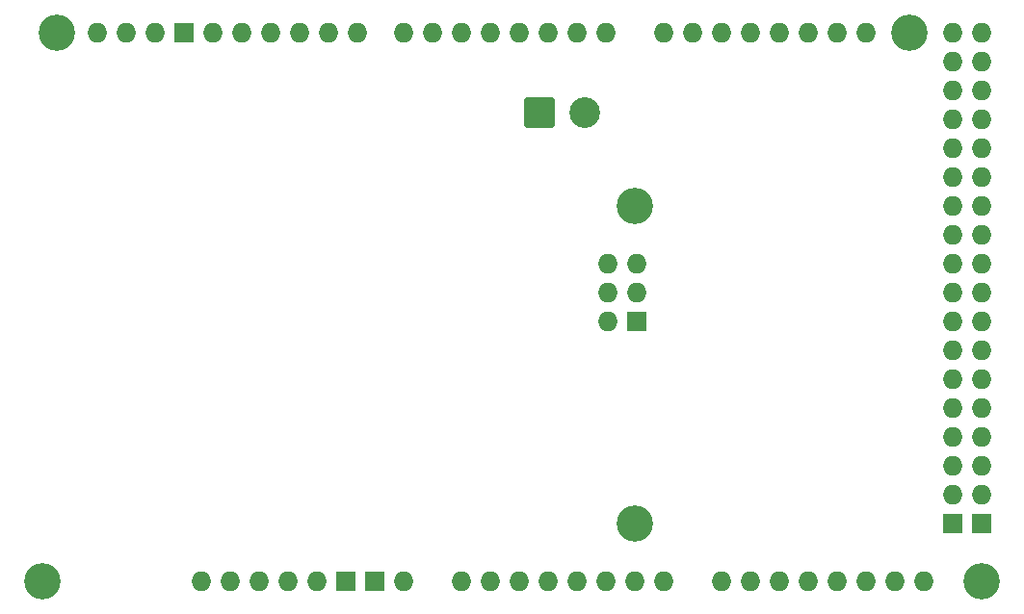
<source format=gbs>
G04 #@! TF.GenerationSoftware,KiCad,Pcbnew,7.0.5*
G04 #@! TF.CreationDate,2023-09-27T13:54:17+07:00*
G04 #@! TF.ProjectId,sumoRobotPCB,73756d6f-526f-4626-9f74-5043422e6b69,rev?*
G04 #@! TF.SameCoordinates,Original*
G04 #@! TF.FileFunction,Soldermask,Bot*
G04 #@! TF.FilePolarity,Negative*
%FSLAX46Y46*%
G04 Gerber Fmt 4.6, Leading zero omitted, Abs format (unit mm)*
G04 Created by KiCad (PCBNEW 7.0.5) date 2023-09-27 13:54:17*
%MOMM*%
%LPD*%
G01*
G04 APERTURE LIST*
G04 Aperture macros list*
%AMRoundRect*
0 Rectangle with rounded corners*
0 $1 Rounding radius*
0 $2 $3 $4 $5 $6 $7 $8 $9 X,Y pos of 4 corners*
0 Add a 4 corners polygon primitive as box body*
4,1,4,$2,$3,$4,$5,$6,$7,$8,$9,$2,$3,0*
0 Add four circle primitives for the rounded corners*
1,1,$1+$1,$2,$3*
1,1,$1+$1,$4,$5*
1,1,$1+$1,$6,$7*
1,1,$1+$1,$8,$9*
0 Add four rect primitives between the rounded corners*
20,1,$1+$1,$2,$3,$4,$5,0*
20,1,$1+$1,$4,$5,$6,$7,0*
20,1,$1+$1,$6,$7,$8,$9,0*
20,1,$1+$1,$8,$9,$2,$3,0*%
G04 Aperture macros list end*
%ADD10RoundRect,0.250001X-1.099999X-1.099999X1.099999X-1.099999X1.099999X1.099999X-1.099999X1.099999X0*%
%ADD11C,2.700000*%
%ADD12C,3.200000*%
%ADD13O,1.727200X1.727200*%
%ADD14R,1.727200X1.727200*%
G04 APERTURE END LIST*
D10*
X237430000Y-101280000D03*
D11*
X241390000Y-101280000D03*
D12*
X193760000Y-142520000D03*
X195030000Y-94260000D03*
D13*
X207730000Y-142520000D03*
D12*
X245830000Y-109500000D03*
X245830000Y-137440000D03*
X269960000Y-94260000D03*
X276310000Y-142520000D03*
D13*
X215350000Y-142520000D03*
X217890000Y-142520000D03*
X245957000Y-114580000D03*
X273770000Y-94260000D03*
X276310000Y-94260000D03*
X230590000Y-142520000D03*
X233130000Y-142520000D03*
X235670000Y-142520000D03*
X238210000Y-142520000D03*
X240750000Y-142520000D03*
X243290000Y-142520000D03*
X245830000Y-142520000D03*
X248370000Y-142520000D03*
X253450000Y-142520000D03*
X255990000Y-142520000D03*
X258530000Y-142520000D03*
X261070000Y-142520000D03*
X263610000Y-142520000D03*
X266150000Y-142520000D03*
X268690000Y-142520000D03*
X271230000Y-142520000D03*
X203666000Y-94260000D03*
X243290000Y-94260000D03*
X240750000Y-94260000D03*
X238210000Y-94260000D03*
X235670000Y-94260000D03*
X233130000Y-94260000D03*
X230590000Y-94260000D03*
X228050000Y-94260000D03*
X225510000Y-94260000D03*
X221446000Y-94260000D03*
X218906000Y-94260000D03*
X216366000Y-94260000D03*
X213826000Y-94260000D03*
X211286000Y-94260000D03*
X208746000Y-94260000D03*
X248370000Y-94260000D03*
X250910000Y-94260000D03*
X253450000Y-94260000D03*
X255990000Y-94260000D03*
X258530000Y-94260000D03*
X261070000Y-94260000D03*
X263610000Y-94260000D03*
X266150000Y-94260000D03*
X273770000Y-96800000D03*
X276310000Y-96800000D03*
X273770000Y-99340000D03*
X276310000Y-99340000D03*
X273770000Y-101880000D03*
X276310000Y-101880000D03*
X273770000Y-104420000D03*
X276310000Y-104420000D03*
X273770000Y-106960000D03*
X276310000Y-106960000D03*
X273770000Y-109500000D03*
X276310000Y-109500000D03*
X273770000Y-112040000D03*
X276310000Y-112040000D03*
X273770000Y-114580000D03*
X276310000Y-114580000D03*
X273770000Y-117120000D03*
X276310000Y-117120000D03*
X273770000Y-119660000D03*
X276310000Y-119660000D03*
X273770000Y-122200000D03*
X276310000Y-122200000D03*
X273770000Y-124740000D03*
X276310000Y-124740000D03*
X273770000Y-127280000D03*
X276310000Y-127280000D03*
X273770000Y-129820000D03*
X276310000Y-129820000D03*
X273770000Y-132360000D03*
X276310000Y-132360000D03*
X273770000Y-134900000D03*
X276310000Y-134900000D03*
D14*
X206206000Y-94260000D03*
X220430000Y-142520000D03*
X222970000Y-142520000D03*
X245957000Y-119660000D03*
X273770000Y-137440000D03*
X276310000Y-137440000D03*
D13*
X210270000Y-142520000D03*
X243417000Y-114580000D03*
X245957000Y-117120000D03*
X212810000Y-142520000D03*
X243417000Y-119660000D03*
X243417000Y-117120000D03*
X198586000Y-94260000D03*
X201126000Y-94260000D03*
X225510000Y-142520000D03*
M02*

</source>
